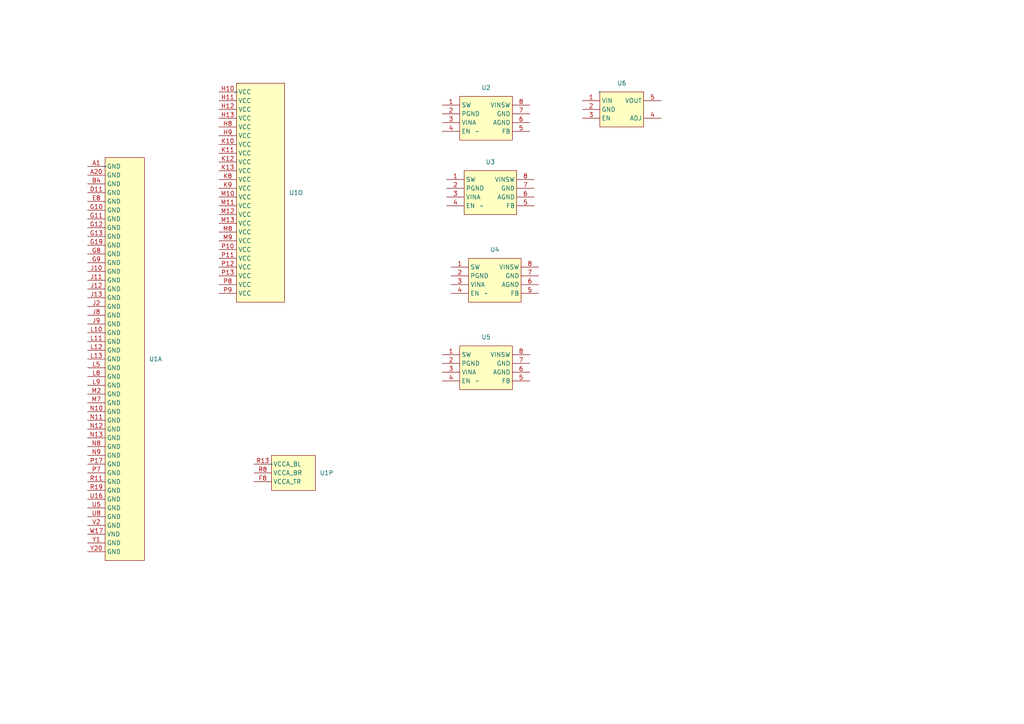
<source format=kicad_sch>
(kicad_sch (version 20230121) (generator eeschema)
  (paper "A4")
  (lib_symbols
    (symbol "IC:ADP123"
      (property "Reference" "U" (at 1.27 1.27 0))
      (symbol "ADP123_1_1"
        (rectangle (start 0 0) (end 12.7 -10.16) (fill (type background)))
        (pin power_in line (at -5.08 -2.54 0) (length 5.08) (name "VIN") (number "1"))
        (pin passive line (at -5.08 -5.08 0) (length 5.08) (name "GND") (number "2"))
        (pin input line (at -5.08 -7.62 0) (length 5.08) (name "EN") (number "3"))
        (pin input line (at 17.78 -7.62 180) (length 5.08) (name "ADJ") (number "4"))
        (pin power_out line (at 17.78 -2.54 180) (length 5.08) (name "VOUT") (number "5"))
      )
    )
    (symbol "IC:ST1S40IDR"
      (property "Reference" "U" (at 1.27 2.54 0))
      (symbol "ST1S40IDR_1_1"
        (rectangle (start 0 0) (end 15.24 -12.7) (fill (type background)))
        (pin power_out line (at -5.08 -2.54 0) (length 5.08) (name "SW") (number "1"))
        (pin passive line (at -5.08 -5.08 0) (length 5.08) (name "PGND") (number "2"))
        (pin power_in line (at -5.08 -7.62 0) (length 5.08) (name "VINA") (number "3"))
        (pin input line (at -5.08 -10.16 0) (length 5.08) (name "EN") (number "4"))
        (pin input line (at 20.32 -10.16 180) (length 5.08) (name "FB") (number "5"))
        (pin passive line (at 20.32 -7.62 180) (length 5.08) (name "AGND") (number "6"))
        (pin passive line (at 20.32 -5.08 180) (length 5.08) (name "GND") (number "7"))
        (pin power_in line (at 20.32 -2.54 180) (length 5.08) (name "VINSW") (number "8"))
      )
    )
    (symbol "IC:T20F400"
      (property "Reference" "U" (at 1.27 1.27 0))
      (symbol "T20F400_1_1"
        (unit_name "GND")
        (rectangle (start 0 0) (end 11.43 -116.84) (fill (type background)))
        (pin passive line (at -5.08 -2.54 0) (length 5.08) (name "GND") (number "A1"))
        (pin passive line (at -5.08 -5.08 0) (length 5.08) (name "GND") (number "A20"))
        (pin passive line (at -5.08 -7.62 0) (length 5.08) (name "GND") (number "B4"))
        (pin passive line (at -5.08 -10.16 0) (length 5.08) (name "GND") (number "D11"))
        (pin passive line (at -5.08 -12.7 0) (length 5.08) (name "GND") (number "E8"))
        (pin passive line (at -5.08 -15.24 0) (length 5.08) (name "GND") (number "G10"))
        (pin passive line (at -5.08 -17.78 0) (length 5.08) (name "GND") (number "G11"))
        (pin passive line (at -5.08 -20.32 0) (length 5.08) (name "GND") (number "G12"))
        (pin passive line (at -5.08 -22.86 0) (length 5.08) (name "GND") (number "G13"))
        (pin passive line (at -5.08 -25.4 0) (length 5.08) (name "GND") (number "G19"))
        (pin passive line (at -5.08 -27.94 0) (length 5.08) (name "GND") (number "G8"))
        (pin passive line (at -5.08 -30.48 0) (length 5.08) (name "GND") (number "G9"))
        (pin passive line (at -5.08 -33.02 0) (length 5.08) (name "GND") (number "J10"))
        (pin passive line (at -5.08 -35.56 0) (length 5.08) (name "GND") (number "J11"))
        (pin passive line (at -5.08 -38.1 0) (length 5.08) (name "GND") (number "J12"))
        (pin passive line (at -5.08 -40.64 0) (length 5.08) (name "GND") (number "J13"))
        (pin passive line (at -5.08 -43.18 0) (length 5.08) (name "GND") (number "J2"))
        (pin passive line (at -5.08 -45.72 0) (length 5.08) (name "GND") (number "J8"))
        (pin passive line (at -5.08 -48.26 0) (length 5.08) (name "GND") (number "J9"))
        (pin passive line (at -5.08 -50.8 0) (length 5.08) (name "GND") (number "L10"))
        (pin passive line (at -5.08 -53.34 0) (length 5.08) (name "GND") (number "L11"))
        (pin passive line (at -5.08 -55.88 0) (length 5.08) (name "GND") (number "L12"))
        (pin passive line (at -5.08 -58.42 0) (length 5.08) (name "GND") (number "L13"))
        (pin passive line (at -5.08 -60.96 0) (length 5.08) (name "GND") (number "L5"))
        (pin passive line (at -5.08 -63.5 0) (length 5.08) (name "GND") (number "L8"))
        (pin passive line (at -5.08 -66.04 0) (length 5.08) (name "GND") (number "L9"))
        (pin passive line (at -5.08 -68.58 0) (length 5.08) (name "GND") (number "M2"))
        (pin passive line (at -5.08 -71.12 0) (length 5.08) (name "GND") (number "M7"))
        (pin passive line (at -5.08 -73.66 0) (length 5.08) (name "GND") (number "N10"))
        (pin passive line (at -5.08 -76.2 0) (length 5.08) (name "GND") (number "N11"))
        (pin passive line (at -5.08 -78.74 0) (length 5.08) (name "GND") (number "N12"))
        (pin passive line (at -5.08 -81.28 0) (length 5.08) (name "GND") (number "N13"))
        (pin passive line (at -5.08 -83.82 0) (length 5.08) (name "GND") (number "N8"))
        (pin passive line (at -5.08 -86.36 0) (length 5.08) (name "GND") (number "N9"))
        (pin passive line (at -5.08 -88.9 0) (length 5.08) (name "GND") (number "P17"))
        (pin passive line (at -5.08 -91.44 0) (length 5.08) (name "GND") (number "P7"))
        (pin passive line (at -5.08 -93.98 0) (length 5.08) (name "GND") (number "R11"))
        (pin passive line (at -5.08 -96.52 0) (length 5.08) (name "GND") (number "R19"))
        (pin passive line (at -5.08 -99.06 0) (length 5.08) (name "GND") (number "U16"))
        (pin passive line (at -5.08 -101.6 0) (length 5.08) (name "GND") (number "U5"))
        (pin passive line (at -5.08 -104.14 0) (length 5.08) (name "GND") (number "U8"))
        (pin passive line (at -5.08 -106.68 0) (length 5.08) (name "GND") (number "V2"))
        (pin passive line (at -5.08 -109.22 0) (length 5.08) (name "VND") (number "W17"))
        (pin passive line (at -5.08 -111.76 0) (length 5.08) (name "GND") (number "Y1"))
        (pin passive line (at -5.08 -114.3 0) (length 5.08) (name "GND") (number "Y20"))
      )
      (symbol "T20F400_2_1"
        (unit_name "BANK_1A")
        (rectangle (start 0 0) (end 22.86 -60.96) (fill (type background)))
        (pin bidirectional line (at -5.08 -40.64 0) (length 5.08) (name "GPIOL_10") (number "P14"))
        (pin bidirectional line (at -5.08 -22.86 0) (length 5.08) (name "GPIOL_03") (number "R14"))
        (pin power_in line (at -5.08 -2.54 0) (length 5.08) (name "VCCIO1A") (number "R15"))
        (pin bidirectional line (at -5.08 -20.32 0) (length 5.08) (name "GPIOL_02") (number "T15"))
        (pin bidirectional line (at -5.08 -25.4 0) (length 5.08) (name "GPIOL_04_CSI") (number "T16"))
        (pin bidirectional line (at -5.08 -27.94 0) (length 5.08) (name "GPIOL_05_CSO") (number "T17"))
        (pin bidirectional line (at -5.08 -45.72 0) (length 5.08) (name "GPIOL_12_CBUS1") (number "T18"))
        (pin output line (at -5.08 -10.16 0) (length 5.08) (name "CDONE") (number "T19"))
        (pin bidirectional line (at -5.08 -30.48 0) (length 5.08) (name "GPIOL_06") (number "U17"))
        (pin bidirectional line (at -5.08 -43.18 0) (length 5.08) (name "GPIOL_11_CBUS0") (number "U18"))
        (pin output line (at -5.08 -12.7 0) (length 5.08) (name "~{CRESET_N}") (number "U19"))
        (pin input line (at -5.08 -58.42 0) (length 5.08) (name "TMS") (number "U20"))
        (pin bidirectional line (at -5.08 -33.02 0) (length 5.08) (name "GPIOL_07") (number "V17"))
        (pin bidirectional line (at -5.08 -48.26 0) (length 5.08) (name "GPIOL_13_CBUS2") (number "V18"))
        (pin power_in line (at -5.08 -5.08 0) (length 5.08) (name "VCCIO1A") (number "V19"))
        (pin output line (at -5.08 -55.88 0) (length 5.08) (name "TDO") (number "V20"))
        (pin bidirectional line (at -5.08 -15.24 0) (length 5.08) (name "GPIOL_00_SS_N") (number "W18"))
        (pin bidirectional line (at -5.08 -17.78 0) (length 5.08) (name "GPIOL_01_CCK") (number "W19"))
        (pin input line (at -5.08 -50.8 0) (length 5.08) (name "TCK") (number "W20"))
        (pin bidirectional line (at -5.08 -35.56 0) (length 5.08) (name "GPIOL_08_CDI0") (number "Y17"))
        (pin bidirectional line (at -5.08 -38.1 0) (length 5.08) (name "GPIOL_09_CDI1") (number "Y18"))
        (pin input line (at -5.08 -53.34 0) (length 5.08) (name "TDI") (number "Y19"))
      )
      (symbol "T20F400_3_1"
        (unit_name "BANK_1B")
        (rectangle (start 0 0) (end 21.59 -93.98) (fill (type background)))
        (pin bidirectional line (at -5.08 -91.44 0) (length 5.08) (name "GPIOL_45") (number "K15"))
        (pin bidirectional line (at -5.08 -88.9 0) (length 5.08) (name "GPIOL_44") (number "K16"))
        (pin bidirectional line (at -5.08 -86.36 0) (length 5.08) (name "GPIOL_43") (number "K17"))
        (pin bidirectional line (at -5.08 -83.82 0) (length 5.08) (name "GPIOL_42") (number "K18"))
        (pin bidirectional line (at -5.08 -81.28 0) (length 5.08) (name "GPIOL_41") (number "L14"))
        (pin bidirectional line (at -5.08 -71.12 0) (length 5.08) (name "GPIOL_37") (number "L15"))
        (pin power_in line (at -5.08 -2.54 0) (length 5.08) (name "VCCIO1B") (number "L16"))
        (pin bidirectional line (at -5.08 -68.58 0) (length 5.08) (name "GPIOL_36") (number "L17"))
        (pin bidirectional line (at -5.08 -78.74 0) (length 5.08) (name "GPIOL_40") (number "L18"))
        (pin power_in line (at -5.08 -5.08 0) (length 5.08) (name "VCCIO1B") (number "L19"))
        (pin bidirectional line (at -5.08 -76.2 0) (length 5.08) (name "GPIOL_39") (number "L20"))
        (pin bidirectional line (at -5.08 -30.48 0) (length 5.08) (name "GPIOL_21") (number "M14"))
        (pin bidirectional line (at -5.08 -55.88 0) (length 5.08) (name "GPIOL_31") (number "M15"))
        (pin bidirectional line (at -5.08 -63.5 0) (length 5.08) (name "GPIOL_34") (number "M16"))
        (pin bidirectional line (at -5.08 -58.42 0) (length 5.08) (name "GPIOL_32") (number "M17"))
        (pin bidirectional line (at -5.08 -60.96 0) (length 5.08) (name "GPIOL_33") (number "M18"))
        (pin bidirectional line (at -5.08 -73.66 0) (length 5.08) (name "GPIOL_38") (number "M19"))
        (pin bidirectional line (at -5.08 -66.04 0) (length 5.08) (name "GPIOL_35") (number "M20"))
        (pin bidirectional line (at -5.08 -20.32 0) (length 5.08) (name "GPIOL_17_EXTFB0") (number "N14"))
        (pin bidirectional line (at -5.08 -27.94 0) (length 5.08) (name "GPIOL_20_CDI5") (number "N15"))
        (pin bidirectional line (at -5.08 -45.72 0) (length 5.08) (name "GPIOL_27") (number "N16"))
        (pin bidirectional line (at -5.08 -53.34 0) (length 5.08) (name "GPIOL_30") (number "N17"))
        (pin bidirectional line (at -5.08 -48.26 0) (length 5.08) (name "GPIOL_28") (number "N18"))
        (pin power_in line (at -5.08 -7.62 0) (length 5.08) (name "VCCIO1B") (number "N19"))
        (pin bidirectional line (at -5.08 -50.8 0) (length 5.08) (name "GPIOL_29") (number "N20"))
        (pin bidirectional line (at -5.08 -12.7 0) (length 5.08) (name "GPIOL_14_CDI2") (number "P15"))
        (pin bidirectional line (at -5.08 -25.4 0) (length 5.08) (name "GPIOL_19_PLLIN1") (number "P16"))
        (pin bidirectional line (at -5.08 -33.02 0) (length 5.08) (name "GPIOL_22_CDI6") (number "P18"))
        (pin bidirectional line (at -5.08 -43.18 0) (length 5.08) (name "GPIOL_26") (number "P19"))
        (pin bidirectional line (at -5.08 -40.64 0) (length 5.08) (name "GPIOL_25") (number "P20"))
        (pin bidirectional line (at -5.08 -15.24 0) (length 5.08) (name "GPIOL_15_PLLIN0") (number "R16"))
        (pin bidirectional line (at -5.08 -17.78 0) (length 5.08) (name "GPIOL_16_CDI3") (number "R17"))
        (pin bidirectional line (at -5.08 -22.86 0) (length 5.08) (name "GPIOL_18_CDI4") (number "R18"))
        (pin bidirectional line (at -5.08 -35.56 0) (length 5.08) (name "GPIOL_23") (number "R20"))
        (pin bidirectional line (at -5.08 -38.1 0) (length 5.08) (name "GPIOL_24_CDI7") (number "T20"))
      )
      (symbol "T20F400_4_1"
        (unit_name "BANK_1C")
        (rectangle (start 0 0) (end 21.59 -68.58) (fill (type background)))
        (pin bidirectional line (at -5.08 -50.8 0) (length 5.08) (name "GPIOL_63_CTRL1") (number "D19"))
        (pin bidirectional line (at -5.08 -58.42 0) (length 5.08) (name "GPIOL_66_CLK0") (number "D20"))
        (pin bidirectional line (at -5.08 -63.5 0) (length 5.08) (name "GPIOL_68_CLK2") (number "E18"))
        (pin power_in line (at -5.08 -2.54 0) (length 5.08) (name "VCCIO1C") (number "E19"))
        (pin bidirectional line (at -5.08 -60.96 0) (length 5.08) (name "GPIOL_67_CLK1") (number "E20"))
        (pin bidirectional line (at -5.08 -66.04 0) (length 5.08) (name "GPIOL_69_CLK3") (number "F18"))
        (pin bidirectional line (at -5.08 -53.34 0) (length 5.08) (name "GPIOL_64_CTRL2") (number "F19"))
        (pin bidirectional line (at -5.08 -40.64 0) (length 5.08) (name "GPIOL_58") (number "F20"))
        (pin bidirectional line (at -5.08 -55.88 0) (length 5.08) (name "GPIOL_65_CTRL3") (number "G18"))
        (pin bidirectional line (at -5.08 -35.56 0) (length 5.08) (name "GPIOL_56") (number "G20"))
        (pin power_in line (at -5.08 -5.08 0) (length 5.08) (name "VCCIO1C") (number "H16"))
        (pin bidirectional line (at -5.08 -45.72 0) (length 5.08) (name "GPIOL_60") (number "H17"))
        (pin bidirectional line (at -5.08 -48.26 0) (length 5.08) (name "GPIOL_62_CTRL0") (number "H18"))
        (pin bidirectional line (at -5.08 -33.02 0) (length 5.08) (name "GPIOL_54") (number "H19"))
        (pin bidirectional line (at -5.08 -30.48 0) (length 5.08) (name "GPIOL_53") (number "H20"))
        (pin bidirectional line (at -5.08 -43.18 0) (length 5.08) (name "GPIOL_59") (number "J14"))
        (pin bidirectional line (at -5.08 -38.1 0) (length 5.08) (name "GPIOL_57") (number "J15"))
        (pin bidirectional line (at -5.08 -25.4 0) (length 5.08) (name "GPIOL_51") (number "J16"))
        (pin bidirectional line (at -5.08 -27.94 0) (length 5.08) (name "GPIOL_52") (number "J17"))
        (pin bidirectional line (at -5.08 -15.24 0) (length 5.08) (name "GPIOL_47") (number "J18"))
        (pin power_in line (at -5.08 -7.62 0) (length 5.08) (name "VCCIO1C") (number "J19"))
        (pin bidirectional line (at -5.08 -22.86 0) (length 5.08) (name "GPIOL_50") (number "J20"))
        (pin bidirectional line (at -5.08 -20.32 0) (length 5.08) (name "GPIOL_49") (number "K14"))
        (pin bidirectional line (at -5.08 -12.7 0) (length 5.08) (name "GPIOL_46") (number "K19"))
        (pin bidirectional line (at -5.08 -17.78 0) (length 5.08) (name "GPIOL_48") (number "K20"))
      )
      (symbol "T20F400_5_1"
        (unit_name "BANK_1D")
        (rectangle (start 0 0) (end 20.32 -67.31) (fill (type background)))
        (pin bidirectional line (at -5.08 -58.42 0) (length 5.08) (name "GPIOL_90") (number "A17"))
        (pin bidirectional line (at -5.08 -53.34 0) (length 5.08) (name "GPIOL_88") (number "A18"))
        (pin bidirectional line (at -5.08 -48.26 0) (length 5.08) (name "GPIOL_86") (number "A19"))
        (pin bidirectional line (at -5.08 -50.8 0) (length 5.08) (name "GPIOL_87") (number "B16"))
        (pin power_in line (at -5.08 -2.54 0) (length 5.08) (name "VCCIO1D") (number "B17"))
        (pin bidirectional line (at -5.08 -20.32 0) (length 5.08) (name "GPIOL_73_CLK7") (number "B18"))
        (pin bidirectional line (at -5.08 -30.48 0) (length 5.08) (name "GPIOL_77_CTRL7") (number "B19"))
        (pin bidirectional line (at -5.08 -15.24 0) (length 5.08) (name "GPIOL_71_CLK5") (number "B20"))
        (pin bidirectional line (at -5.08 -66.04 0) (length 5.08) (name "GPIOL_93") (number "C16"))
        (pin bidirectional line (at -5.08 -43.18 0) (length 5.08) (name "GPIOL_84") (number "C17"))
        (pin bidirectional line (at -5.08 -27.94 0) (length 5.08) (name "GPIOL_76_CTRL6") (number "C18"))
        (pin power_in line (at -5.08 -5.08 0) (length 5.08) (name "VCCIO1D") (number "C19"))
        (pin bidirectional line (at -5.08 -22.86 0) (length 5.08) (name "GPIOL_74_CTRL4") (number "C20"))
        (pin bidirectional line (at -5.08 -63.5 0) (length 5.08) (name "GPIOL_92") (number "D16"))
        (pin bidirectional line (at -5.08 -33.02 0) (length 5.08) (name "GPIOL_79") (number "D17"))
        (pin bidirectional line (at -5.08 -17.78 0) (length 5.08) (name "GPIOL_72_CLK6") (number "D18"))
        (pin power_in line (at -5.08 -7.62 0) (length 5.08) (name "VCCIO1D") (number "E16"))
        (pin bidirectional line (at -5.08 -25.4 0) (length 5.08) (name "GPIOL_75_CTRL5") (number "E17"))
        (pin bidirectional line (at -5.08 -45.72 0) (length 5.08) (name "GPIOL_85") (number "F16"))
        (pin bidirectional line (at -5.08 -38.1 0) (length 5.08) (name "GPIOL_82") (number "F17"))
        (pin bidirectional line (at -5.08 -60.96 0) (length 5.08) (name "GPIOL_91") (number "G15"))
        (pin bidirectional line (at -5.08 -55.88 0) (length 5.08) (name "GPIOL_89") (number "G16"))
        (pin bidirectional line (at -5.08 -12.7 0) (length 5.08) (name "GPIOL_70_CLK4") (number "G17"))
        (pin bidirectional line (at -5.08 -40.64 0) (length 5.08) (name "GPIOL_83") (number "H14"))
        (pin bidirectional line (at -5.08 -35.56 0) (length 5.08) (name "GPIOL_81") (number "H15"))
      )
      (symbol "T20F400_6_1"
        (unit_name "BANK_1E")
        (rectangle (start 0 0) (end 25.4 -73.66) (fill (type background)))
        (pin bidirectional line (at -5.08 -48.26 0) (length 5.08) (name "GPIOL_108_CBSEL0") (number "A11"))
        (pin bidirectional line (at -5.08 -50.8 0) (length 5.08) (name "GPIOL_109_CBSEL1") (number "A12"))
        (pin bidirectional line (at -5.08 -43.18 0) (length 5.08) (name "GPIOL_106") (number "A13"))
        (pin bidirectional line (at -5.08 -45.72 0) (length 5.08) (name "GPIOL_107") (number "A14"))
        (pin bidirectional line (at -5.08 -40.64 0) (length 5.08) (name "GPIOL_105") (number "A15"))
        (pin bidirectional line (at -5.08 -20.32 0) (length 5.08) (name "GPIOL_97") (number "A16"))
        (pin power_in line (at -5.08 -2.54 0) (length 5.08) (name "VCCIO1E") (number "B12"))
        (pin bidirectional line (at -5.08 -58.42 0) (length 5.08) (name "GPIOL_112") (number "B13"))
        (pin power_in line (at -5.08 -5.08 0) (length 5.08) (name "VCCIO1E") (number "B14"))
        (pin bidirectional line (at -5.08 -17.78 0) (length 5.08) (name "GPIOL_96") (number "B15"))
        (pin bidirectional line (at -5.08 -55.88 0) (length 5.08) (name "GPIOL_111") (number "C12"))
        (pin bidirectional line (at -5.08 -53.34 0) (length 5.08) (name "GPIOL_110") (number "C13"))
        (pin bidirectional line (at -5.08 -33.02 0) (length 5.08) (name "GPIOL_102_NSTATUS") (number "C14"))
        (pin bidirectional line (at -5.08 -12.7 0) (length 5.08) (name "GPIOL_94") (number "C15"))
        (pin bidirectional line (at -5.08 -60.96 0) (length 5.08) (name "GPIOL_113") (number "D12"))
        (pin bidirectional line (at -5.08 -63.5 0) (length 5.08) (name "GPIOL_114") (number "D13"))
        (pin bidirectional line (at -5.08 -27.94 0) (length 5.08) (name "GPIOL_100") (number "D14"))
        (pin bidirectional line (at -5.08 -15.24 0) (length 5.08) (name "GPIOL_95") (number "D15"))
        (pin bidirectional line (at -5.08 -68.58 0) (length 5.08) (name "GPIOL_116") (number "E12"))
        (pin power_in line (at -5.08 -7.62 0) (length 5.08) (name "VCCIO1E") (number "E13"))
        (pin bidirectional line (at -5.08 -38.1 0) (length 5.08) (name "GPIOL_104") (number "E14"))
        (pin bidirectional line (at -5.08 -25.4 0) (length 5.08) (name "GPIOL_99") (number "E15"))
        (pin bidirectional line (at -5.08 -66.04 0) (length 5.08) (name "GPIOL_115") (number "F12"))
        (pin bidirectional line (at -5.08 -71.12 0) (length 5.08) (name "GPIOL_117") (number "F13"))
        (pin bidirectional line (at -5.08 -35.56 0) (length 5.08) (name "GPIOL_103_TEST_N") (number "F14"))
        (pin bidirectional line (at -5.08 -22.86 0) (length 5.08) (name "GPIOL_98") (number "F15"))
        (pin bidirectional line (at -5.08 -30.48 0) (length 5.08) (name "GPIOL_101") (number "G14"))
      )
      (symbol "T20F400_7_1"
        (unit_name "BANK_2A")
        (rectangle (start 0 0) (end 26.67 -58.42) (fill (type background)))
        (pin bidirectional line (at -5.08 -22.86 0) (length 5.08) (name "GPIOT_RXN02") (number "A10"))
        (pin bidirectional line (at -5.08 -38.1 0) (length 5.08) (name "GPIOT_RXN05") (number "A4"))
        (pin bidirectional line (at -5.08 -40.64 0) (length 5.08) (name "GPIOT_RXP05") (number "A5"))
        (pin bidirectional line (at -5.08 -43.18 0) (length 5.08) (name "GPIOT_RXN06") (number "A6"))
        (pin bidirectional line (at -5.08 -45.72 0) (length 5.08) (name "GPIOT_RXP06") (number "A7"))
        (pin bidirectional line (at -5.08 -30.48 0) (length 5.08) (name "GPIOT_RXP03") (number "A8"))
        (pin bidirectional line (at -5.08 -25.4 0) (length 5.08) (name "GPIOT_RXP02") (number "A9"))
        (pin power_in line (at -5.08 -2.54 0) (length 5.08) (name "VCCIO2A") (number "B10"))
        (pin bidirectional line (at -5.08 -15.24 0) (length 5.08) (name "GPIOT_RXP00") (number "B11"))
        (pin bidirectional line (at -5.08 -53.34 0) (length 5.08) (name "GPIOT_RXN08_CLKN0") (number "B5"))
        (pin bidirectional line (at -5.08 -55.88 0) (length 5.08) (name "GPIOT_RXP08_CLKP0") (number "B6"))
        (pin power_in line (at -5.08 -5.08 0) (length 5.08) (name "VCCIO2A") (number "B7"))
        (pin bidirectional line (at -5.08 -27.94 0) (length 5.08) (name "GPIOT_RXN03") (number "B8"))
        (pin bidirectional line (at -5.08 -35.56 0) (length 5.08) (name "GPIOT_RXP04") (number "B9"))
        (pin bidirectional line (at -5.08 -20.32 0) (length 5.08) (name "GPIOT_RXP01") (number "C10"))
        (pin bidirectional line (at -5.08 -12.7 0) (length 5.08) (name "GPIOT_RXN00") (number "C11"))
        (pin bidirectional line (at -5.08 -33.02 0) (length 5.08) (name "GPIOT_RXN04") (number "C9"))
        (pin bidirectional line (at -5.08 -17.78 0) (length 5.08) (name "GPIOT_RXN01") (number "D10"))
        (pin bidirectional line (at -5.08 -50.8 0) (length 5.08) (name "GPIOT_RXP07_EXTFB0") (number "E10"))
        (pin bidirectional line (at -5.08 -48.26 0) (length 5.08) (name "GPIOT_RXN07_EXTFB0") (number "E11"))
        (pin power_in line (at -5.08 -7.62 0) (length 5.08) (name "VCCIO2A") (number "F11"))
      )
      (symbol "T20F400_8_1"
        (unit_name "BANK_2B")
        (rectangle (start 0 0) (end 25.4 -58.42) (fill (type background)))
        (pin bidirectional line (at -5.08 -33.02 0) (length 5.08) (name "GPIOT_RXN13") (number "A2"))
        (pin bidirectional line (at -5.08 -35.56 0) (length 5.08) (name "GPIOT_RXP13") (number "A3"))
        (pin bidirectional line (at -5.08 -48.26 0) (length 5.08) (name "GPIOT_RXN16_EXTFB1") (number "B1"))
        (pin bidirectional line (at -5.08 -50.8 0) (length 5.08) (name "GPIOT_RXP16_EXTFB1") (number "B2"))
        (pin bidirectional line (at -5.08 -43.18 0) (length 5.08) (name "GPIOT_RXN15") (number "B3"))
        (pin power_in line (at -5.08 -2.54 0) (length 5.08) (name "VCCIO2B") (number "C2"))
        (pin bidirectional line (at -5.08 -45.72 0) (length 5.08) (name "GPIOT_RXP15") (number "C3"))
        (pin bidirectional line (at -5.08 -40.64 0) (length 5.08) (name "GPIOT_RXP14") (number "C4"))
        (pin bidirectional line (at -5.08 -38.1 0) (length 5.08) (name "GPIOT_RXN14") (number "C5"))
        (pin bidirectional line (at -5.08 -20.32 0) (length 5.08) (name "GPIOT_RXP10") (number "C6"))
        (pin bidirectional line (at -5.08 -17.78 0) (length 5.08) (name "GPIOT_RXN10") (number "C7"))
        (pin power_in line (at -5.08 -5.08 0) (length 5.08) (name "VCCIO2B") (number "C8"))
        (pin bidirectional line (at -5.08 -53.34 0) (length 5.08) (name "GPIOT_RXN17_CLKN1") (number "D3"))
        (pin bidirectional line (at -5.08 -55.88 0) (length 5.08) (name "GPIOT_RXP17_CLKP1") (number "D4"))
        (pin bidirectional line (at -5.08 -22.86 0) (length 5.08) (name "GPIOT_RXN11") (number "D5"))
        (pin bidirectional line (at -5.08 -25.4 0) (length 5.08) (name "GPIOT_RXP11") (number "D6"))
        (pin bidirectional line (at -5.08 -12.7 0) (length 5.08) (name "GPIOT_RX09") (number "D7"))
        (pin bidirectional line (at -5.08 -15.24 0) (length 5.08) (name "GPIOT_RXP09") (number "D8"))
        (pin bidirectional line (at -5.08 -30.48 0) (length 5.08) (name "GPIOT_RXP12") (number "D9"))
        (pin bidirectional line (at -5.08 -27.94 0) (length 5.08) (name "GPIOT_RXN12") (number "E9"))
        (pin power_in line (at -5.08 -7.62 0) (length 5.08) (name "VCCIO2B") (number "F10"))
      )
      (symbol "T20F400_9_1"
        (unit_name "BANK_2C")
        (rectangle (start 0 0) (end 24.13 -53.34) (fill (type background)))
        (pin bidirectional line (at -5.08 -12.7 0) (length 5.08) (name "GPIOT_RXN18") (number "C1"))
        (pin bidirectional line (at -5.08 -15.24 0) (length 5.08) (name "GPIOT_RXP18") (number "D1"))
        (pin bidirectional line (at -5.08 -27.94 0) (length 5.08) (name "GPIOT_RXN21") (number "D2"))
        (pin bidirectional line (at -5.08 -40.64 0) (length 5.08) (name "GPIOT_RXP23") (number "E1"))
        (pin bidirectional line (at -5.08 -30.48 0) (length 5.08) (name "GPIOT_RXP21") (number "E2"))
        (pin bidirectional line (at -5.08 -22.86 0) (length 5.08) (name "GPIOT_RXN20") (number "E3"))
        (pin bidirectional line (at -5.08 -25.4 0) (length 5.08) (name "GPIOT_RXP20") (number "E4"))
        (pin power_in line (at -5.08 -2.54 0) (length 5.08) (name "VCCIO2C") (number "E5"))
        (pin bidirectional line (at -5.08 -20.32 0) (length 5.08) (name "GPIOT_RXP19") (number "E6"))
        (pin bidirectional line (at -5.08 -17.78 0) (length 5.08) (name "GPIOT_RXN19") (number "E7"))
        (pin bidirectional line (at -5.08 -38.1 0) (length 5.08) (name "GPIOT_RXN23") (number "F1"))
        (pin power_in line (at -5.08 -5.08 0) (length 5.08) (name "VCCIO2C") (number "F2"))
        (pin bidirectional line (at -5.08 -33.02 0) (length 5.08) (name "GPIOT_RXN22") (number "F3"))
        (pin bidirectional line (at -5.08 -45.72 0) (length 5.08) (name "GPIOT_RXP24_EXTFB2") (number "F4"))
        (pin bidirectional line (at -5.08 -43.18 0) (length 5.08) (name "GPIOT_RXN24_EXTFB2") (number "F5"))
        (pin power_in line (at -5.08 -7.62 0) (length 5.08) (name "VCCIO2C") (number "F9"))
        (pin bidirectional line (at -5.08 -48.26 0) (length 5.08) (name "GPIOT_RXN25_CLKIN2") (number "G1"))
        (pin bidirectional line (at -5.08 -50.8 0) (length 5.08) (name "GPIOT_RXP25_CLKP2") (number "G2"))
        (pin bidirectional line (at -5.08 -35.56 0) (length 5.08) (name "GPIOT_RXP22") (number "G3"))
      )
      (symbol "T20F400_10_1"
        (unit_name "BANK_3C_TR")
        (rectangle (start 0 0) (end 22.86 -63.5) (fill (type background)))
        (pin bidirectional line (at -5.08 -20.32 0) (length 5.08) (name "GPIOR_121_MREFCLK") (number "F6"))
        (pin bidirectional line (at -5.08 -12.7 0) (length 5.08) (name "GPIOR_118_PLLIN0") (number "F7"))
        (pin bidirectional line (at -5.08 -35.56 0) (length 5.08) (name "GPIOR_127_CLK14") (number "G4"))
        (pin bidirectional line (at -5.08 -25.4 0) (length 5.08) (name "GPIOR_123_CTRL14") (number "G5"))
        (pin bidirectional line (at -5.08 -15.24 0) (length 5.08) (name "GPIOR_119_PLLIN1") (number "G6"))
        (pin bidirectional line (at -5.08 -17.78 0) (length 5.08) (name "GPIOR_120_PLLIN2") (number "G7"))
        (pin bidirectional line (at -5.08 -43.18 0) (length 5.08) (name "GPIOR_130_CLK11") (number "H1"))
        (pin bidirectional line (at -5.08 -45.72 0) (length 5.08) (name "GPIOR_131_CLK10") (number "H2"))
        (pin bidirectional line (at -5.08 -27.94 0) (length 5.08) (name "GPIOR_124_CTRL13") (number "H3"))
        (pin bidirectional line (at -5.08 -30.48 0) (length 5.08) (name "GPIOR_125_CTRL12") (number "H4"))
        (pin power_in line (at -5.08 -2.54 0) (length 5.08) (name "VCCIO3C_TR") (number "H5"))
        (pin bidirectional line (at -5.08 -22.86 0) (length 5.08) (name "GPIOR_122_CTRL15") (number "H6"))
        (pin bidirectional line (at -5.08 -33.02 0) (length 5.08) (name "GPIOR_126_CLK15") (number "H7"))
        (pin bidirectional line (at -5.08 -53.34 0) (length 5.08) (name "GPIOR_134_CTRL11") (number "J1"))
        (pin bidirectional line (at -5.08 -55.88 0) (length 5.08) (name "GPIOR_135_CTRL10") (number "J3"))
        (pin bidirectional line (at -5.08 -48.26 0) (length 5.08) (name "GPIOR_132_CLK9") (number "J4"))
        (pin bidirectional line (at -5.08 -50.8 0) (length 5.08) (name "GPIOR_133_CLK8") (number "J5"))
        (pin bidirectional line (at -5.08 -40.64 0) (length 5.08) (name "GPIOR_129_CLK12") (number "J6"))
        (pin power_in line (at -5.08 -5.08 0) (length 5.08) (name "VCCIO3C_TR") (number "J7"))
        (pin bidirectional line (at -5.08 -38.1 0) (length 5.08) (name "GPIOR_128_CLK13") (number "K5"))
        (pin bidirectional line (at -5.08 -58.42 0) (length 5.08) (name "GPIOR_136_CTRL9") (number "K6"))
        (pin bidirectional line (at -5.08 -60.96 0) (length 5.08) (name "GPIOR_137_CTRL8") (number "K7"))
      )
      (symbol "T20F400_11_1"
        (unit_name "BANK_3D")
        (rectangle (start 0 0) (end 20.32 -152.4) (fill (type background)))
        (pin output line (at -5.08 -66.04 0) (length 5.08) (name "DDR_BA2") (number "K1"))
        (pin output line (at -5.08 -63.5 0) (length 5.08) (name "DDR_BA2") (number "K2"))
        (pin output line (at -5.08 -60.96 0) (length 5.08) (name "DDR_BA0") (number "K3"))
        (pin output line (at -5.08 -147.32 0) (length 5.08) (name "DDR_WE_N") (number "K4"))
        (pin bidirectional line (at -5.08 -121.92 0) (length 5.08) (name "DDR_DQ14") (number "L1"))
        (pin bidirectional line (at -5.08 -119.38 0) (length 5.08) (name "DDR_DQ13") (number "L2"))
        (pin bidirectional line (at -5.08 -116.84 0) (length 5.08) (name "DDR_DQ12") (number "L3"))
        (pin output line (at -5.08 -142.24 0) (length 5.08) (name "DDR_RST_N") (number "L4"))
        (pin output line (at -5.08 -137.16 0) (length 5.08) (name "DDR_ODT") (number "L6"))
        (pin power_in line (at -5.08 -2.54 0) (length 5.08) (name "VCCIO_DDR") (number "L7"))
        (pin bidirectional line (at -5.08 -124.46 0) (length 5.08) (name "DDR_DQ15") (number "M1"))
        (pin bidirectional line (at -5.08 -134.62 0) (length 5.08) (name "DDR_DQS_N1") (number "M3"))
        (pin output line (at -5.08 -139.7 0) (length 5.08) (name "DDR_RAS_N") (number "M4"))
        (pin output line (at -5.08 -58.42 0) (length 5.08) (name "DDR_A15") (number "M5"))
        (pin output line (at -5.08 -53.34 0) (length 5.08) (name "DDR_A13") (number "M6"))
        (pin output line (at -5.08 -83.82 0) (length 5.08) (name "DDR_DM1") (number "N1"))
        (pin bidirectional line (at -5.08 -114.3 0) (length 5.08) (name "DDR_DQ11") (number "N2"))
        (pin bidirectional line (at -5.08 -129.54 0) (length 5.08) (name "DDR_DQS1") (number "N3"))
        (pin output line (at -5.08 -55.88 0) (length 5.08) (name "DDR_A14") (number "N4"))
        (pin output line (at -5.08 -48.26 0) (length 5.08) (name "DDR_A11") (number "N5"))
        (pin output line (at -5.08 -76.2 0) (length 5.08) (name "DDR_CKE") (number "N6"))
        (pin power_in line (at -5.08 -5.08 0) (length 5.08) (name "VCCIO_DDR") (number "N7"))
        (pin bidirectional line (at -5.08 -106.68 0) (length 5.08) (name "DDR_DQ8") (number "P1"))
        (pin bidirectional line (at -5.08 -109.22 0) (length 5.08) (name "DDR_DQ9") (number "P2"))
        (pin bidirectional line (at -5.08 -111.76 0) (length 5.08) (name "DDR_D10") (number "P3"))
        (pin output line (at -5.08 -50.8 0) (length 5.08) (name "DDR_A12") (number "P4"))
        (pin power_in line (at -5.08 -7.62 0) (length 5.08) (name "VCCIO_DDR") (number "P5"))
        (pin output line (at -5.08 -68.58 0) (length 5.08) (name "DDR_CAS_N") (number "P6"))
        (pin output line (at -5.08 -40.64 0) (length 5.08) (name "DDR_A8") (number "R1"))
        (pin power_in line (at -5.08 -10.16 0) (length 5.08) (name "VCCIO_DDR") (number "R2"))
        (pin output line (at -5.08 -71.12 0) (length 5.08) (name "DDR_CK") (number "R3"))
        (pin output line (at -5.08 -73.66 0) (length 5.08) (name "DDR_CK_N") (number "R4"))
        (pin output line (at -5.08 -45.72 0) (length 5.08) (name "DDR_A10") (number "R5"))
        (pin output line (at -5.08 -78.74 0) (length 5.08) (name "DDR_CS_N") (number "R6"))
        (pin power_in line (at -5.08 -12.7 0) (length 5.08) (name "VCCIO_DDR") (number "R7"))
        (pin output line (at -5.08 -38.1 0) (length 5.08) (name "DDR_A7") (number "T1"))
        (pin output line (at -5.08 -43.18 0) (length 5.08) (name "DDR_A9") (number "T2"))
        (pin output line (at -5.08 -30.48 0) (length 5.08) (name "DDR_A4") (number "T3"))
        (pin output line (at -5.08 -35.56 0) (length 5.08) (name "DDR_A6") (number "T4"))
        (pin output line (at -5.08 -33.02 0) (length 5.08) (name "DDR_A5") (number "T5"))
        (pin output line (at -5.08 -27.94 0) (length 5.08) (name "DDR_A3") (number "T6"))
        (pin bidirectional line (at -5.08 -132.08 0) (length 5.08) (name "DDR_DQS_N0") (number "U1"))
        (pin bidirectional line (at -5.08 -93.98 0) (length 5.08) (name "DDR_DQ3") (number "U2"))
        (pin bidirectional line (at -5.08 -86.36 0) (length 5.08) (name "DDR_DQ0") (number "U3"))
        (pin output line (at -5.08 -20.32 0) (length 5.08) (name "DDR_A0") (number "U4"))
        (pin bidirectional line (at -5.08 -127 0) (length 5.08) (name "DDR_DQS0") (number "V1"))
        (pin bidirectional line (at -5.08 -91.44 0) (length 5.08) (name "DDR_DQ2") (number "V3"))
        (pin bidirectional line (at -5.08 -144.78 0) (length 5.08) (name "DDR_VREF") (number "V4"))
        (pin output line (at -5.08 -25.4 0) (length 5.08) (name "DDR_A2") (number "V5"))
        (pin output line (at -5.08 -81.28 0) (length 5.08) (name "DDR_DM0") (number "W1"))
        (pin bidirectional line (at -5.08 -96.52 0) (length 5.08) (name "DDR_DQ4") (number "W2"))
        (pin bidirectional line (at -5.08 -88.9 0) (length 5.08) (name "DDR_DQ1") (number "W3"))
        (pin power_in line (at -5.08 -15.24 0) (length 5.08) (name "VCCIO_DDR") (number "W4"))
        (pin output line (at -5.08 -22.86 0) (length 5.08) (name "DDR_A1") (number "W5"))
        (pin bidirectional line (at -5.08 -104.14 0) (length 5.08) (name "DDR_DQ7") (number "Y2"))
        (pin bidirectional line (at -5.08 -99.06 0) (length 5.08) (name "DDR_DQ5") (number "Y3"))
        (pin bidirectional line (at -5.08 -101.6 0) (length 5.08) (name "DDR_DQ6") (number "Y4"))
        (pin bidirectional line (at -5.08 -149.86 0) (length 5.08) (name "DDR_ZQ") (number "Y5"))
      )
      (symbol "T20F400_12_1"
        (unit_name "BANK_4A")
        (rectangle (start 0 0) (end 31.75 -66.04) (fill (type background)))
        (pin output line (at -5.08 -63.5 0) (length 5.08) (name "REF_RES_4A") (number "R10"))
        (pin bidirectional line (at -5.08 -12.7 0) (length 5.08) (name "GPIOB_TXN10") (number "T10"))
        (pin bidirectional line (at -5.08 -15.24 0) (length 5.08) (name "GPIOB_TXP10") (number "T11"))
        (pin bidirectional line (at -5.08 -38.1 0) (length 5.08) (name "GPIOB_TXN15_CDI14") (number "U10"))
        (pin power_in line (at -5.08 -2.54 0) (length 5.08) (name "VCCIO4A") (number "U11"))
        (pin bidirectional line (at -5.08 -48.26 0) (length 5.08) (name "GPIOB_TXN17_CDI10") (number "U6"))
        (pin bidirectional line (at -5.08 -50.8 0) (length 5.08) (name "GPIOB_TXP17_CDI11") (number "U7"))
        (pin bidirectional line (at -5.08 -40.64 0) (length 5.08) (name "GPIOB_TXP15_CLK1_CDI15") (number "V10"))
        (pin bidirectional line (at -5.08 -17.78 0) (length 5.08) (name "GPIOB_TXN11") (number "V11"))
        (pin bidirectional line (at -5.08 -55.88 0) (length 5.08) (name "GPIOB_TXP18_EXTFB_CDI9") (number "V6"))
        (pin bidirectional line (at -5.08 -53.34 0) (length 5.08) (name "GPIOB_TXN18_CDI8") (number "V7"))
        (pin bidirectional line (at -5.08 -58.42 0) (length 5.08) (name "GPIOB_TXN19") (number "V8"))
        (pin bidirectional line (at -5.08 -60.96 0) (length 5.08) (name "GPIOB_TXP19_CLK2") (number "V9"))
        (pin power_in line (at -5.08 -5.08 0) (length 5.08) (name "VCCIO4A") (number "W10"))
        (pin bidirectional line (at -5.08 -20.32 0) (length 5.08) (name "GPIOB_TXP11") (number "W11"))
        (pin bidirectional line (at -5.08 -33.02 0) (length 5.08) (name "GPIOB_TXN14_CDI16") (number "W6"))
        (pin power_in line (at -5.08 -7.62 0) (length 5.08) (name "VCCIO4A") (number "W7"))
        (pin bidirectional line (at -5.08 -43.18 0) (length 5.08) (name "GPIOB_TXN16_CDI12") (number "W8"))
        (pin bidirectional line (at -5.08 -45.72 0) (length 5.08) (name "GPIOB_TXP16_CDI13") (number "W9"))
        (pin bidirectional line (at -5.08 -25.4 0) (length 5.08) (name "GPIOB_TXP12") (number "Y10"))
        (pin bidirectional line (at -5.08 -35.56 0) (length 5.08) (name "GPIOB_TXP14_EXTFB1_CDI17") (number "Y6"))
        (pin bidirectional line (at -5.08 -30.48 0) (length 5.08) (name "GPIOB_TXP13_CDI19") (number "Y7"))
        (pin bidirectional line (at -5.08 -27.94 0) (length 5.08) (name "GPIOB_TXN13_CDI18") (number "Y8"))
        (pin bidirectional line (at -5.08 -22.86 0) (length 5.08) (name "GPIOB_TXN12") (number "Y9"))
      )
      (symbol "T20F400_13_1"
        (unit_name "BANK_4B")
        (rectangle (start 0 0) (end 30.48 -66.04) (fill (type background)))
        (pin output line (at -5.08 -63.5 0) (length 5.08) (name "REF_RES_4B") (number "R12"))
        (pin bidirectional line (at -5.08 -38.1 0) (length 5.08) (name "GPIOB_TXN05_CDI26") (number "T12"))
        (pin bidirectional line (at -5.08 -40.64 0) (length 5.08) (name "GPIOB_TXP05_CDI27") (number "T13"))
        (pin power_in line (at -5.08 -2.54 0) (length 5.08) (name "VCCIO4B") (number "T14"))
        (pin bidirectional line (at -5.08 -43.18 0) (length 5.08) (name "GPIOB_TXN06_CDI24") (number "U12"))
        (pin bidirectional line (at -5.08 -50.8 0) (length 5.08) (name "GPIOB_TXP07_CDI23") (number "U13"))
        (pin bidirectional line (at -5.08 -25.4 0) (length 5.08) (name "GPIOB_TXP02") (number "U14"))
        (pin bidirectional line (at -5.08 -12.7 0) (length 5.08) (name "GPIOB_TXN00") (number "U15"))
        (pin bidirectional line (at -5.08 -45.72 0) (length 5.08) (name "GPIOB_TXP06_CDI25") (number "V12"))
        (pin bidirectional line (at -5.08 -48.26 0) (length 5.08) (name "GPIOB_TXN07_CDI22") (number "V13"))
        (pin bidirectional line (at -5.08 -22.86 0) (length 5.08) (name "GPIOB_TXN02") (number "V14"))
        (pin bidirectional line (at -5.08 -15.24 0) (length 5.08) (name "GPIOB_TXP00") (number "V15"))
        (pin bidirectional line (at -5.08 -27.94 0) (length 5.08) (name "GPIOB_TXN03_CDI30") (number "V16"))
        (pin power_in line (at -5.08 -5.08 0) (length 5.08) (name "VCCIO4B") (number "W12"))
        (pin bidirectional line (at -5.08 -53.34 0) (length 5.08) (name "GPIOB_TXN08_CDI20") (number "W13"))
        (pin bidirectional line (at -5.08 -33.02 0) (length 5.08) (name "GPIOB_TXN04_CDI28") (number "W14"))
        (pin power_in line (at -5.08 -7.62 0) (length 5.08) (name "VCCIO4B") (number "W15"))
        (pin bidirectional line (at -5.08 -30.48 0) (length 5.08) (name "GPIOB_TXP03_CDI31") (number "W16"))
        (pin bidirectional line (at -5.08 -60.96 0) (length 5.08) (name "GPIOB_TXP09_CLK0") (number "Y11"))
        (pin bidirectional line (at -5.08 -58.42 0) (length 5.08) (name "GPIOB_TXN09") (number "Y12"))
        (pin bidirectional line (at -5.08 -55.88 0) (length 5.08) (name "GPIOB_TXP08_EXTFB0_CDI21") (number "Y13"))
        (pin bidirectional line (at -5.08 -35.56 0) (length 5.08) (name "GPIOB_TXP04_CDI29") (number "Y14"))
        (pin bidirectional line (at -5.08 -17.78 0) (length 5.08) (name "GPIOB_TXN01") (number "Y15"))
        (pin bidirectional line (at -5.08 -20.32 0) (length 5.08) (name "GPIOB_TXP01") (number "Y16"))
      )
      (symbol "T20F400_14_1"
        (unit_name "BANK_BR")
        (rectangle (start 0 0) (end 21.59 -19.05) (fill (type background)))
        (pin power_in line (at -5.08 -2.54 0) (length 5.08) (name "VCCIO_BR") (number "R9"))
        (pin bidirectional line (at -5.08 -15.24 0) (length 5.08) (name "GPIOR_141") (number "T7"))
        (pin bidirectional line (at -5.08 -7.62 0) (length 5.08) (name "GPIOR_138_PLLIN0") (number "T8"))
        (pin bidirectional line (at -5.08 -10.16 0) (length 5.08) (name "GPIOR_139_PLLIN1") (number "T9"))
        (pin bidirectional line (at -5.08 -12.7 0) (length 5.08) (name "GPIOR_139_PLLIN2") (number "U9"))
      )
      (symbol "T20F400_15_1"
        (unit_name "VCC_CORE")
        (rectangle (start 0 0) (end 13.97 -63.5) (fill (type background)))
        (pin power_in line (at -5.08 -2.54 0) (length 5.08) (name "VCC") (number "H10"))
        (pin power_in line (at -5.08 -5.08 0) (length 5.08) (name "VCC") (number "H11"))
        (pin power_in line (at -5.08 -7.62 0) (length 5.08) (name "VCC") (number "H12"))
        (pin power_in line (at -5.08 -10.16 0) (length 5.08) (name "VCC") (number "H13"))
        (pin power_in line (at -5.08 -12.7 0) (length 5.08) (name "VCC") (number "H8"))
        (pin power_in line (at -5.08 -15.24 0) (length 5.08) (name "VCC") (number "H9"))
        (pin power_in line (at -5.08 -17.78 0) (length 5.08) (name "VCC") (number "K10"))
        (pin power_in line (at -5.08 -20.32 0) (length 5.08) (name "VCC") (number "K11"))
        (pin power_in line (at -5.08 -22.86 0) (length 5.08) (name "VCC") (number "K12"))
        (pin power_in line (at -5.08 -25.4 0) (length 5.08) (name "VCC") (number "K13"))
        (pin power_in line (at -5.08 -27.94 0) (length 5.08) (name "VCC") (number "K8"))
        (pin power_in line (at -5.08 -30.48 0) (length 5.08) (name "VCC") (number "K9"))
        (pin power_in line (at -5.08 -33.02 0) (length 5.08) (name "VCC") (number "M10"))
        (pin power_in line (at -5.08 -35.56 0) (length 5.08) (name "VCC") (number "M11"))
        (pin power_in line (at -5.08 -38.1 0) (length 5.08) (name "VCC") (number "M12"))
        (pin power_in line (at -5.08 -40.64 0) (length 5.08) (name "VCC") (number "M13"))
        (pin power_in line (at -5.08 -43.18 0) (length 5.08) (name "VCC") (number "M8"))
        (pin power_in line (at -5.08 -45.72 0) (length 5.08) (name "VCC") (number "M9"))
        (pin power_in line (at -5.08 -48.26 0) (length 5.08) (name "VCC") (number "P10"))
        (pin power_in line (at -5.08 -50.8 0) (length 5.08) (name "VCC") (number "P11"))
        (pin power_in line (at -5.08 -53.34 0) (length 5.08) (name "VCC") (number "P12"))
        (pin power_in line (at -5.08 -55.88 0) (length 5.08) (name "VCC") (number "P13"))
        (pin power_in line (at -5.08 -58.42 0) (length 5.08) (name "VCC") (number "P8"))
        (pin power_in line (at -5.08 -60.96 0) (length 5.08) (name "VCC") (number "P9"))
      )
      (symbol "T20F400_16_1"
        (unit_name "VCC_ANALOG")
        (rectangle (start 0 0) (end 12.7 -10.16) (fill (type background)))
        (pin power_in line (at -5.08 -7.62 0) (length 5.08) (name "VCCA_TR") (number "F8"))
        (pin power_in line (at -5.08 -2.54 0) (length 5.08) (name "VCCA_BL") (number "R13"))
        (pin power_in line (at -5.08 -5.08 0) (length 5.08) (name "VCCA_BR") (number "R8"))
      )
    )
  )
  (symbol (lib_id "IC:T20F400") (at 68.58 24.13 0) (unit 15)
    (property "Reference" "U1" (at 83.82 55.88 0) (effects (justify left)))
    (property "Value" "~" (at 68.58 26.67 0))
    (property "Footprint" "Package_BGA:BGA-400_17.0x17.0mm_Layout20x20_P0.8mm" (effects hide))
  )
  (symbol (lib_id "IC:ADP123") (at 173.99 26.67 0) (unit 1)
    (property "Reference" "U6" (at 180.34 24.13 0))
    (property "Value" "~" (at 173.99 26.67 0))
    (property "Footprint" "Package_TO_SOT_SMD:TSOT-23-5" (effects hide))
  )
  (symbol (lib_id "IC:ST1S40IDR") (at 135.89 74.93 0) (unit 1)
    (property "Reference" "U4" (at 143.51 72.39 0))
    (property "Value" "~" (at 140.97 85.09 0))
    (property "Footprint" "Package_SO:SOP-8_3.9x4.9mm_P1.27mm" (effects hide))
  )
  (symbol (lib_id "IC:ST1S40IDR") (at 133.35 27.94 0) (unit 1)
    (property "Reference" "U2" (at 140.97 25.4 0))
    (property "Value" "~" (at 138.43 38.1 0))
    (property "Footprint" "Package_SO:SOP-8_3.9x4.9mm_P1.27mm" (effects hide))
  )
  (symbol (lib_id "IC:T20F400") (at 78.74 132.08 0) (unit 16)
    (property "Reference" "U1" (at 92.71 137.16 0) (effects (justify left)))
    (property "Value" "~" (at 78.74 134.62 0))
    (property "Footprint" "Package_BGA:BGA-400_17.0x17.0mm_Layout20x20_P0.8mm" (effects hide))
  )
  (symbol (lib_id "IC:T20F400") (at 30.48 45.72 0) (unit 1)
    (property "Reference" "U1" (at 43.18 104.14 0) (effects (justify left)))
    (property "Value" "~" (at 30.48 48.26 0))
    (property "Footprint" "Package_BGA:BGA-400_17.0x17.0mm_Layout20x20_P0.8mm" (effects hide))
  )
  (symbol (lib_id "IC:ST1S40IDR") (at 134.62 49.53 0) (unit 1)
    (property "Reference" "U3" (at 142.24 46.99 0))
    (property "Value" "~" (at 139.7 59.69 0))
    (property "Footprint" "Package_SO:SOP-8_3.9x4.9mm_P1.27mm" (effects hide))
  )
  (symbol (lib_id "IC:ST1S40IDR") (at 133.35 100.33 0) (unit 1)
    (property "Reference" "U5" (at 140.97 97.79 0))
    (property "Value" "~" (at 138.43 110.49 0))
    (property "Footprint" "Package_SO:SOP-8_3.9x4.9mm_P1.27mm" (effects hide))
  )
)
</source>
